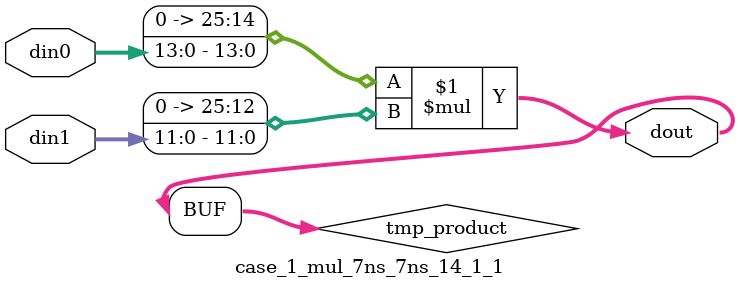
<source format=v>

`timescale 1 ns / 1 ps

 (* use_dsp = "no" *)  module case_1_mul_7ns_7ns_14_1_1(din0, din1, dout);
parameter ID = 1;
parameter NUM_STAGE = 0;
parameter din0_WIDTH = 14;
parameter din1_WIDTH = 12;
parameter dout_WIDTH = 26;

input [din0_WIDTH - 1 : 0] din0; 
input [din1_WIDTH - 1 : 0] din1; 
output [dout_WIDTH - 1 : 0] dout;

wire signed [dout_WIDTH - 1 : 0] tmp_product;
























assign tmp_product = $signed({1'b0, din0}) * $signed({1'b0, din1});











assign dout = tmp_product;





















endmodule

</source>
